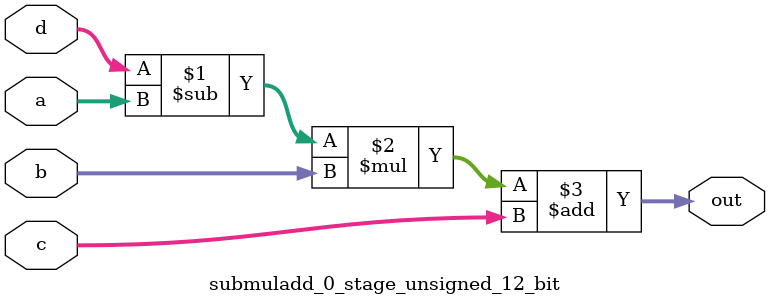
<source format=sv>
(* use_dsp = "yes" *) module submuladd_0_stage_unsigned_12_bit(
	input  [11:0] a,
	input  [11:0] b,
	input  [11:0] c,
	input  [11:0] d,
	output [11:0] out
	);

	assign out = ((d - a) * b) + c;
endmodule

</source>
